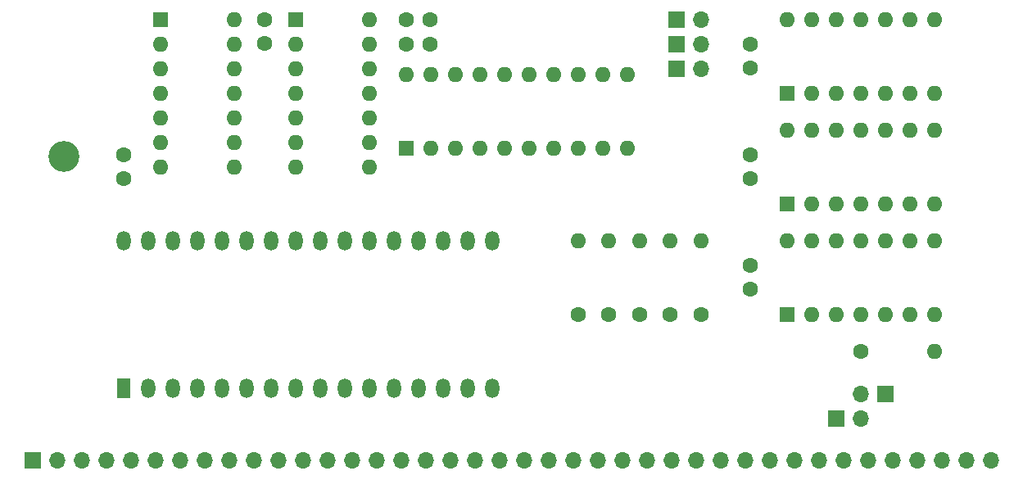
<source format=gts>
G04 #@! TF.GenerationSoftware,KiCad,Pcbnew,(5.1.7)-1*
G04 #@! TF.CreationDate,2022-08-31T14:47:41+01:00*
G04 #@! TF.ProjectId,CPCROM,43504352-4f4d-42e6-9b69-6361645f7063,rev?*
G04 #@! TF.SameCoordinates,Original*
G04 #@! TF.FileFunction,Soldermask,Top*
G04 #@! TF.FilePolarity,Negative*
%FSLAX46Y46*%
G04 Gerber Fmt 4.6, Leading zero omitted, Abs format (unit mm)*
G04 Created by KiCad (PCBNEW (5.1.7)-1) date 2022-08-31 14:47:41*
%MOMM*%
%LPD*%
G01*
G04 APERTURE LIST*
%ADD10O,1.600000X1.600000*%
%ADD11R,1.600000X1.600000*%
%ADD12C,1.600000*%
%ADD13O,1.440000X2.000000*%
%ADD14R,1.440000X2.000000*%
%ADD15O,1.700000X1.700000*%
%ADD16R,1.700000X1.700000*%
%ADD17C,3.200000*%
G04 APERTURE END LIST*
D10*
X190500000Y-106045000D03*
X182880000Y-121285000D03*
X190500000Y-108585000D03*
X182880000Y-118745000D03*
X190500000Y-111125000D03*
X182880000Y-116205000D03*
X190500000Y-113665000D03*
X182880000Y-113665000D03*
X190500000Y-116205000D03*
X182880000Y-111125000D03*
X190500000Y-118745000D03*
X182880000Y-108585000D03*
X190500000Y-121285000D03*
D11*
X182880000Y-106045000D03*
D12*
X165100000Y-120015000D03*
X165100000Y-122515000D03*
D13*
X203200000Y-128905000D03*
X203200000Y-144145000D03*
X200660000Y-128905000D03*
X200660000Y-144145000D03*
X198120000Y-128905000D03*
X198120000Y-144145000D03*
X195580000Y-128905000D03*
X195580000Y-144145000D03*
X193040000Y-128905000D03*
X193040000Y-144145000D03*
X190500000Y-128905000D03*
X190500000Y-144145000D03*
X187960000Y-128905000D03*
X187960000Y-144145000D03*
X185420000Y-128905000D03*
X185420000Y-144145000D03*
X182880000Y-128905000D03*
X182880000Y-144145000D03*
X180340000Y-128905000D03*
X180340000Y-144145000D03*
X177800000Y-128905000D03*
X177800000Y-144145000D03*
X175260000Y-128905000D03*
X175260000Y-144145000D03*
X172720000Y-128905000D03*
X172720000Y-144145000D03*
X170180000Y-128905000D03*
X170180000Y-144145000D03*
X167640000Y-128905000D03*
X167640000Y-144145000D03*
X165100000Y-128905000D03*
D14*
X165100000Y-144145000D03*
D15*
X241300000Y-144780000D03*
D16*
X243840000Y-144780000D03*
D15*
X241300000Y-147320000D03*
D16*
X238760000Y-147320000D03*
D10*
X176530000Y-106045000D03*
X168910000Y-121285000D03*
X176530000Y-108585000D03*
X168910000Y-118745000D03*
X176530000Y-111125000D03*
X168910000Y-116205000D03*
X176530000Y-113665000D03*
X168910000Y-113665000D03*
X176530000Y-116205000D03*
X168910000Y-111125000D03*
X176530000Y-118745000D03*
X168910000Y-108585000D03*
X176530000Y-121285000D03*
D11*
X168910000Y-106045000D03*
D10*
X224790000Y-128905000D03*
D12*
X224790000Y-136525000D03*
D10*
X221615000Y-128905000D03*
D12*
X221615000Y-136525000D03*
D10*
X218440000Y-128905000D03*
D12*
X218440000Y-136525000D03*
D10*
X215265000Y-128905000D03*
D12*
X215265000Y-136525000D03*
D10*
X212090000Y-128905000D03*
D12*
X212090000Y-136525000D03*
D10*
X248920000Y-140335000D03*
D12*
X241300000Y-140335000D03*
D15*
X224790000Y-111125000D03*
D16*
X222250000Y-111125000D03*
D15*
X224790000Y-108585000D03*
D16*
X222250000Y-108585000D03*
D15*
X224790000Y-106045000D03*
D16*
X222250000Y-106045000D03*
D15*
X254762000Y-151612600D03*
X252222000Y-151612600D03*
X249682000Y-151612600D03*
X247142000Y-151612600D03*
X244602000Y-151612600D03*
X242062000Y-151612600D03*
X239522000Y-151612600D03*
X236982000Y-151612600D03*
X234442000Y-151612600D03*
X231902000Y-151612600D03*
X229362000Y-151612600D03*
X226822000Y-151612600D03*
X224282000Y-151612600D03*
X221742000Y-151612600D03*
X219202000Y-151612600D03*
X216662000Y-151612600D03*
X214122000Y-151612600D03*
X211582000Y-151612600D03*
X209042000Y-151612600D03*
X206502000Y-151612600D03*
X203962000Y-151612600D03*
X201422000Y-151612600D03*
X198882000Y-151612600D03*
X196342000Y-151612600D03*
X193802000Y-151612600D03*
X191262000Y-151612600D03*
X188722000Y-151612600D03*
X186182000Y-151612600D03*
X183642000Y-151612600D03*
X181102000Y-151612600D03*
X178562000Y-151612600D03*
X176022000Y-151612600D03*
X173482000Y-151612600D03*
X170942000Y-151612600D03*
X168402000Y-151612600D03*
X165862000Y-151612600D03*
X163322000Y-151612600D03*
X160782000Y-151612600D03*
X158242000Y-151612600D03*
D16*
X155702000Y-151612600D03*
D10*
X233680000Y-117475000D03*
X248920000Y-125095000D03*
X236220000Y-117475000D03*
X246380000Y-125095000D03*
X238760000Y-117475000D03*
X243840000Y-125095000D03*
X241300000Y-117475000D03*
X241300000Y-125095000D03*
X243840000Y-117475000D03*
X238760000Y-125095000D03*
X246380000Y-117475000D03*
X236220000Y-125095000D03*
X248920000Y-117475000D03*
D11*
X233680000Y-125095000D03*
D10*
X233680000Y-106045000D03*
X248920000Y-113665000D03*
X236220000Y-106045000D03*
X246380000Y-113665000D03*
X238760000Y-106045000D03*
X243840000Y-113665000D03*
X241300000Y-106045000D03*
X241300000Y-113665000D03*
X243840000Y-106045000D03*
X238760000Y-113665000D03*
X246380000Y-106045000D03*
X236220000Y-113665000D03*
X248920000Y-106045000D03*
D11*
X233680000Y-113665000D03*
D10*
X233680000Y-128905000D03*
X248920000Y-136525000D03*
X236220000Y-128905000D03*
X246380000Y-136525000D03*
X238760000Y-128905000D03*
X243840000Y-136525000D03*
X241300000Y-128905000D03*
X241300000Y-136525000D03*
X243840000Y-128905000D03*
X238760000Y-136525000D03*
X246380000Y-128905000D03*
X236220000Y-136525000D03*
X248920000Y-128905000D03*
D11*
X233680000Y-136525000D03*
D10*
X194310000Y-111760000D03*
X217170000Y-119380000D03*
X196850000Y-111760000D03*
X214630000Y-119380000D03*
X199390000Y-111760000D03*
X212090000Y-119380000D03*
X201930000Y-111760000D03*
X209550000Y-119380000D03*
X204470000Y-111760000D03*
X207010000Y-119380000D03*
X207010000Y-111760000D03*
X204470000Y-119380000D03*
X209550000Y-111760000D03*
X201930000Y-119380000D03*
X212090000Y-111760000D03*
X199390000Y-119380000D03*
X214630000Y-111760000D03*
X196850000Y-119380000D03*
X217170000Y-111760000D03*
D11*
X194310000Y-119380000D03*
D12*
X196810000Y-106045000D03*
X194310000Y-106045000D03*
X196810000Y-108585000D03*
X194310000Y-108585000D03*
X229870000Y-111085000D03*
X229870000Y-108585000D03*
X229870000Y-122515000D03*
X229870000Y-120015000D03*
X179705000Y-108545000D03*
X179705000Y-106045000D03*
X229870000Y-133945000D03*
X229870000Y-131445000D03*
D17*
X158927800Y-120243600D03*
M02*

</source>
